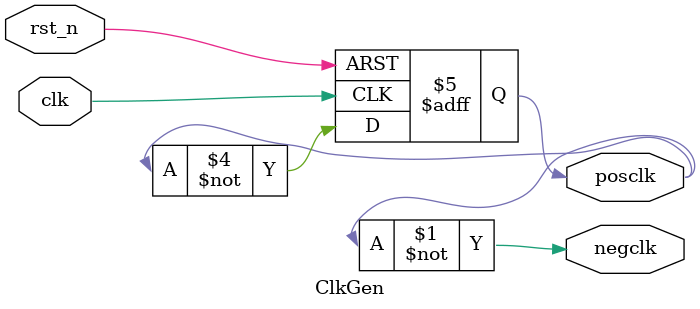
<source format=sv>
module ClkGen(clk, rst_n, posclk, negclk);

    input clk, rst_n;

    output logic posclk;
    output logic negclk;

    assign negclk = ~posclk;

    always_ff @(posedge clk, negedge rst_n)
        if (!rst_n)
            posclk <= 0;
        else
            posclk <= ~posclk;

endmodule


</source>
